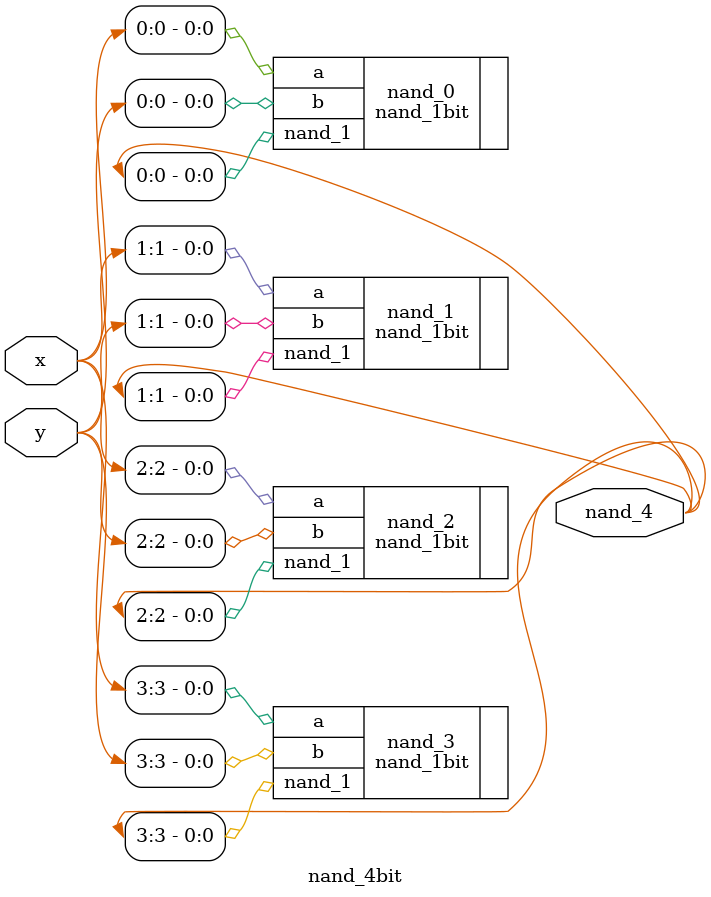
<source format=sv>
module nand_4bit(
input wire [3:0] x, y,
output wire [3:0] nand_4
    );
    //call 1 bit nand module for each bit seperately
    nand_1bit nand_0 (.a(x[0]), .b(y[0]), .nand_1(nand_4[0]));
    nand_1bit nand_1 (.a(x[1]), .b(y[1]), .nand_1(nand_4[1]));
    nand_1bit nand_2 (.a(x[2]), .b(y[2]), .nand_1(nand_4[2]));
    nand_1bit nand_3 (.a(x[3]), .b(y[3]), .nand_1(nand_4[3]));
    
    
endmodule

</source>
